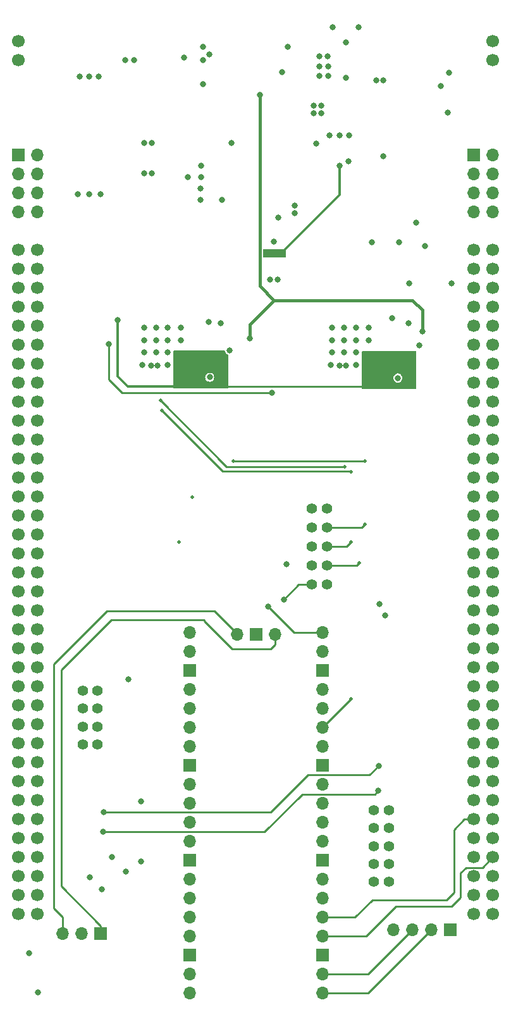
<source format=gbr>
%TF.GenerationSoftware,KiCad,Pcbnew,(6.0.7-1)-1*%
%TF.CreationDate,2022-08-23T13:00:42-05:00*%
%TF.ProjectId,NR1B-analog,4e523142-2d61-46e6-916c-6f672e6b6963,rev?*%
%TF.SameCoordinates,Original*%
%TF.FileFunction,Copper,L4,Bot*%
%TF.FilePolarity,Positive*%
%FSLAX46Y46*%
G04 Gerber Fmt 4.6, Leading zero omitted, Abs format (unit mm)*
G04 Created by KiCad (PCBNEW (6.0.7-1)-1) date 2022-08-23 13:00:42*
%MOMM*%
%LPD*%
G01*
G04 APERTURE LIST*
%TA.AperFunction,ComponentPad*%
%ADD10C,1.400000*%
%TD*%
%TA.AperFunction,ComponentPad*%
%ADD11O,1.700000X1.700000*%
%TD*%
%TA.AperFunction,ComponentPad*%
%ADD12R,1.700000X1.700000*%
%TD*%
%TA.AperFunction,ComponentPad*%
%ADD13C,1.700000*%
%TD*%
%TA.AperFunction,ViaPad*%
%ADD14C,0.800000*%
%TD*%
%TA.AperFunction,ViaPad*%
%ADD15C,0.480000*%
%TD*%
%TA.AperFunction,Conductor*%
%ADD16C,0.400000*%
%TD*%
%TA.AperFunction,Conductor*%
%ADD17C,0.300000*%
%TD*%
%TA.AperFunction,Conductor*%
%ADD18C,0.220000*%
%TD*%
%TA.AperFunction,Conductor*%
%ADD19C,0.250000*%
%TD*%
G04 APERTURE END LIST*
D10*
%TO.P,TP3,1,1*%
%TO.N,Net-(TP3-Pad1)*%
X61400000Y-114700000D03*
X63400000Y-114700000D03*
%TD*%
%TO.P,SCK_DAC1,1,1*%
%TO.N,/MCU/SCK_DAC*%
X92100000Y-85540000D03*
X94100000Y-85540000D03*
%TD*%
%TO.P,TP2,1,1*%
%TO.N,Net-(TP2-Pad1)*%
X63400000Y-112300000D03*
X61400000Y-112300000D03*
%TD*%
%TO.P,SCK_SYS1,1,1*%
%TO.N,/Interconnect/SCK*%
X100400000Y-130700000D03*
X102400000Y-130700000D03*
%TD*%
%TO.P,TP4,1,1*%
%TO.N,Net-(TP4-Pad1)*%
X63400000Y-117100000D03*
X61400000Y-117100000D03*
%TD*%
D11*
%TO.P,U5,1,GPIO0*%
%TO.N,/MCU/UART_TX*%
X93490000Y-150410000D03*
%TO.P,U5,2,GPIO1*%
%TO.N,/MCU/UART_RX*%
X93490000Y-147870000D03*
D12*
%TO.P,U5,3,GND*%
%TO.N,GND*%
X93490000Y-145330000D03*
D11*
%TO.P,U5,4,GPIO2*%
%TO.N,/Interconnect/ACK*%
X93490000Y-142790000D03*
%TO.P,U5,5,GPIO3*%
%TO.N,/Interconnect/ERROR*%
X93490000Y-140250000D03*
%TO.P,U5,6,GPIO4*%
%TO.N,/Interconnect/MOSI*%
X93490000Y-137710000D03*
%TO.P,U5,7,GPIO5*%
%TO.N,/Interconnect/NSS*%
X93490000Y-135170000D03*
D12*
%TO.P,U5,8,GND*%
%TO.N,GND*%
X93490000Y-132630000D03*
D11*
%TO.P,U5,9,GPIO6*%
%TO.N,/Interconnect/SCK*%
X93490000Y-130090000D03*
%TO.P,U5,10,GPIO7*%
%TO.N,/Interconnect/MISO*%
X93490000Y-127550000D03*
%TO.P,U5,11,GPIO8*%
%TO.N,/MCU/MISO_DAC*%
X93490000Y-125010000D03*
%TO.P,U5,12,GPIO9*%
%TO.N,/MCU/CS_DAC0*%
X93490000Y-122470000D03*
D12*
%TO.P,U5,13,GND*%
%TO.N,GND*%
X93490000Y-119930000D03*
D11*
%TO.P,U5,14,GPIO10*%
%TO.N,/MCU/SCK_DAC*%
X93490000Y-117390000D03*
%TO.P,U5,15,GPIO11*%
%TO.N,/MCU/MOSI_DAC*%
X93490000Y-114850000D03*
%TO.P,U5,16,GPIO12*%
%TO.N,/MCU/CS_DAC1*%
X93490000Y-112310000D03*
%TO.P,U5,17,GPIO13*%
%TO.N,/MCU/LDAC*%
X93490000Y-109770000D03*
D12*
%TO.P,U5,18,GND*%
%TO.N,GND*%
X93490000Y-107230000D03*
D11*
%TO.P,U5,19,GPIO14*%
%TO.N,/MCU/ALARM_DAC0*%
X93490000Y-104690000D03*
%TO.P,U5,20,GPIO15*%
%TO.N,/MCU/ALARM_DAC1*%
X93490000Y-102150000D03*
%TO.P,U5,21,GPIO16*%
%TO.N,Net-(TP1-Pad1)*%
X75710000Y-102150000D03*
%TO.P,U5,22,GPIO17*%
%TO.N,Net-(TP2-Pad1)*%
X75710000Y-104690000D03*
D12*
%TO.P,U5,23,GND*%
%TO.N,GND*%
X75710000Y-107230000D03*
D11*
%TO.P,U5,24,GPIO18*%
%TO.N,Net-(R25-Pad1)*%
X75710000Y-109770000D03*
%TO.P,U5,25,GPIO19*%
%TO.N,Net-(R24-Pad1)*%
X75710000Y-112310000D03*
%TO.P,U5,26,GPIO20*%
%TO.N,Net-(R23-Pad1)*%
X75710000Y-114850000D03*
%TO.P,U5,27,GPIO21*%
%TO.N,Net-(R22-Pad1)*%
X75710000Y-117390000D03*
D12*
%TO.P,U5,28,GND*%
%TO.N,GND*%
X75710000Y-119930000D03*
D11*
%TO.P,U5,29,GPIO22*%
%TO.N,Net-(TP3-Pad1)*%
X75710000Y-122470000D03*
%TO.P,U5,30,RUN*%
%TO.N,Net-(SW1-Pad1)*%
X75710000Y-125010000D03*
%TO.P,U5,31,GPIO26_ADC0*%
%TO.N,/MCU/DAC0_READ*%
X75710000Y-127550000D03*
%TO.P,U5,32,GPIO27_ADC1*%
%TO.N,/MCU/DAC1_READ*%
X75710000Y-130090000D03*
D12*
%TO.P,U5,33,AGND*%
%TO.N,GND*%
X75710000Y-132630000D03*
D11*
%TO.P,U5,34,GPIO28_ADC2*%
%TO.N,Net-(TP4-Pad1)*%
X75710000Y-135170000D03*
%TO.P,U5,35,ADC_VREF*%
%TO.N,unconnected-(U5-Pad35)*%
X75710000Y-137710000D03*
%TO.P,U5,36,3V3*%
%TO.N,+3V3*%
X75710000Y-140250000D03*
%TO.P,U5,37,3V3_EN*%
%TO.N,unconnected-(U5-Pad37)*%
X75710000Y-142790000D03*
D12*
%TO.P,U5,38,GND*%
%TO.N,GND*%
X75710000Y-145330000D03*
D11*
%TO.P,U5,39,VSYS*%
%TO.N,unconnected-(U5-Pad39)*%
X75710000Y-147870000D03*
%TO.P,U5,40,VBUS*%
%TO.N,unconnected-(U5-Pad40)*%
X75710000Y-150410000D03*
%TO.P,U5,41,SWCLK*%
%TO.N,Net-(J3-Pad1)*%
X87140000Y-102380000D03*
D12*
%TO.P,U5,42,GND*%
%TO.N,GND*%
X84600000Y-102380000D03*
D11*
%TO.P,U5,43,SWDIO*%
%TO.N,Net-(J3-Pad3)*%
X82060000Y-102380000D03*
%TD*%
D10*
%TO.P,MISO_SYS1,1,1*%
%TO.N,/Interconnect/MISO*%
X102400000Y-128300000D03*
X100400000Y-128300000D03*
%TD*%
%TO.P,MISO_DAC1,1,1*%
%TO.N,/MCU/MISO_DAC*%
X94100000Y-88080000D03*
X92100000Y-88080000D03*
%TD*%
%TO.P,MOSI_SYS1,1,1*%
%TO.N,/Interconnect/MOSI*%
X100400000Y-135500000D03*
X102400000Y-135500000D03*
%TD*%
D12*
%TO.P,J1,1,Pin_1*%
%TO.N,OUT_SENSE1*%
X113766600Y-38227000D03*
D11*
%TO.P,J1,2,Pin_2*%
%TO.N,unconnected-(J1-Pad2)*%
X116306600Y-38227000D03*
%TO.P,J1,3,Pin_3*%
%TO.N,OUT_DRIVE1*%
X113766600Y-40767000D03*
%TO.P,J1,4,Pin_4*%
%TO.N,unconnected-(J1-Pad4)*%
X116306600Y-40767000D03*
%TO.P,J1,5,Pin_5*%
%TO.N,OUT_SENSE0*%
X113766600Y-43307000D03*
%TO.P,J1,6,Pin_6*%
%TO.N,unconnected-(J1-Pad6)*%
X116306600Y-43307000D03*
%TO.P,J1,7,Pin_7*%
%TO.N,OUT_DRIVE0*%
X113766600Y-45847000D03*
%TO.P,J1,8,Pin_8*%
%TO.N,unconnected-(J1-Pad8)*%
X116306600Y-45847000D03*
%TD*%
D12*
%TO.P,J8,1,Pin_1*%
%TO.N,GND*%
X110610000Y-141925000D03*
D11*
%TO.P,J8,2,Pin_2*%
%TO.N,/MCU/UART_TX*%
X108070000Y-141925000D03*
%TO.P,J8,3,Pin_3*%
%TO.N,/MCU/UART_RX*%
X105530000Y-141925000D03*
%TO.P,J8,4,Pin_4*%
%TO.N,+3V3*%
X102990000Y-141925000D03*
%TD*%
D12*
%TO.P,J3,1,Pin_1*%
%TO.N,Net-(J3-Pad1)*%
X63825000Y-142405000D03*
D11*
%TO.P,J3,2,Pin_2*%
%TO.N,GND*%
X61285000Y-142405000D03*
%TO.P,J3,3,Pin_3*%
%TO.N,Net-(J3-Pad3)*%
X58745000Y-142405000D03*
%TD*%
D13*
%TO.P,X1,1,PC10*%
%TO.N,unconnected-(X1-Pad1)*%
X52806600Y-50927000D03*
%TO.P,X1,2,PC11*%
%TO.N,unconnected-(X1-Pad2)*%
X55346600Y-50927000D03*
%TO.P,X1,3,PC12*%
%TO.N,unconnected-(X1-Pad3)*%
X52806600Y-53467000D03*
%TO.P,X1,4,PD2*%
%TO.N,unconnected-(X1-Pad4)*%
X55346600Y-53467000D03*
%TO.P,X1,5,VDD*%
%TO.N,unconnected-(X1-Pad5)*%
X52806600Y-56007000D03*
%TO.P,X1,6,E5V*%
%TO.N,unconnected-(X1-Pad6)*%
X55346600Y-56007000D03*
%TO.P,X1,7,~{BOOT0}*%
%TO.N,unconnected-(X1-Pad7)*%
X52806600Y-58547000D03*
%TO.P,X1,8,GND*%
%TO.N,GND*%
X55346600Y-58547000D03*
%TO.P,X1,9,PF6*%
%TO.N,unconnected-(X1-Pad9)*%
X52806600Y-61087000D03*
%TO.P,X1,10,NC*%
%TO.N,unconnected-(X1-Pad10)*%
X55346600Y-61087000D03*
%TO.P,X1,11,PF7*%
%TO.N,unconnected-(X1-Pad11)*%
X52806600Y-63627000D03*
%TO.P,X1,12,IOREF*%
%TO.N,unconnected-(X1-Pad12)*%
X55346600Y-63627000D03*
%TO.P,X1,13,TMS/PA13*%
%TO.N,unconnected-(X1-Pad13)*%
X52806600Y-66167000D03*
%TO.P,X1,14,~{RST}*%
%TO.N,unconnected-(X1-Pad14)*%
X55346600Y-66167000D03*
%TO.P,X1,15,TCK/PA14*%
%TO.N,unconnected-(X1-Pad15)*%
X52806600Y-68707000D03*
%TO.P,X1,16,+3V3*%
%TO.N,+3V3*%
X55346600Y-68707000D03*
%TO.P,X1,17,PA15*%
%TO.N,unconnected-(X1-Pad17)*%
X52806600Y-71247000D03*
%TO.P,X1,18,+5V*%
%TO.N,unconnected-(X1-Pad18)*%
X55346600Y-71247000D03*
%TO.P,X1,19,GND*%
%TO.N,GND*%
X52806600Y-73787000D03*
%TO.P,X1,20,GND*%
X55346600Y-73787000D03*
%TO.P,X1,21,LD2/PB7*%
%TO.N,unconnected-(X1-Pad21)*%
X52806600Y-76327000D03*
%TO.P,X1,22,GND*%
%TO.N,GND*%
X55346600Y-76327000D03*
%TO.P,X1,23,BT/PC13*%
%TO.N,unconnected-(X1-Pad23)*%
X52806600Y-78867000D03*
%TO.P,X1,24,VIN*%
%TO.N,unconnected-(X1-Pad24)*%
X55346600Y-78867000D03*
%TO.P,X1,25,RTC_CRYSTAL/PC14*%
%TO.N,unconnected-(X1-Pad25)*%
X52806600Y-81407000D03*
%TO.P,X1,26,NC*%
%TO.N,unconnected-(X1-Pad26)*%
X55346600Y-81407000D03*
%TO.P,X1,27,RTC_CRYSTAL/PC15*%
%TO.N,unconnected-(X1-Pad27)*%
X52806600Y-83947000D03*
%TO.P,X1,28,ETH_REF_CLK/PA0*%
%TO.N,unconnected-(X1-Pad28)*%
X55346600Y-83947000D03*
%TO.P,X1,29,PH0*%
%TO.N,unconnected-(X1-Pad29)*%
X52806600Y-86487000D03*
%TO.P,X1,30,ETH_MDIO/PA1*%
%TO.N,unconnected-(X1-Pad30)*%
X55346600Y-86487000D03*
%TO.P,X1,31,PH1*%
%TO.N,unconnected-(X1-Pad31)*%
X52806600Y-89027000D03*
%TO.P,X1,32,PA4*%
%TO.N,/Interconnect/NSS*%
X55346600Y-89027000D03*
%TO.P,X1,33,VBAT*%
%TO.N,unconnected-(X1-Pad33)*%
X52806600Y-91567000D03*
%TO.P,X1,34,PB0*%
%TO.N,unconnected-(X1-Pad34)*%
X55346600Y-91567000D03*
%TO.P,X1,35,PC2*%
%TO.N,unconnected-(X1-Pad35)*%
X52806600Y-94107000D03*
%TO.P,X1,36,ETH_MDC/PC1*%
%TO.N,unconnected-(X1-Pad36)*%
X55346600Y-94107000D03*
%TO.P,X1,37,PC3*%
%TO.N,unconnected-(X1-Pad37)*%
X52806600Y-96647000D03*
%TO.P,X1,38,PC0*%
%TO.N,unconnected-(X1-Pad38)*%
X55346600Y-96647000D03*
%TO.P,X1,39,PD4*%
%TO.N,unconnected-(X1-Pad39)*%
X52806600Y-99187000D03*
%TO.P,X1,40,PD3*%
%TO.N,unconnected-(X1-Pad40)*%
X55346600Y-99187000D03*
%TO.P,X1,41,PD5*%
%TO.N,unconnected-(X1-Pad41)*%
X52806600Y-101727000D03*
%TO.P,X1,42,PG2*%
%TO.N,unconnected-(X1-Pad42)*%
X55346600Y-101727000D03*
%TO.P,X1,43,PD6*%
%TO.N,unconnected-(X1-Pad43)*%
X52806600Y-104267000D03*
%TO.P,X1,44,PG3*%
%TO.N,unconnected-(X1-Pad44)*%
X55346600Y-104267000D03*
%TO.P,X1,45,PD7*%
%TO.N,/Interconnect/MOSI*%
X52806600Y-106807000D03*
%TO.P,X1,46,PE2*%
%TO.N,unconnected-(X1-Pad46)*%
X55346600Y-106807000D03*
%TO.P,X1,47,PE3*%
%TO.N,unconnected-(X1-Pad47)*%
X52806600Y-109347000D03*
%TO.P,X1,48,PE4*%
%TO.N,unconnected-(X1-Pad48)*%
X55346600Y-109347000D03*
%TO.P,X1,49,GND*%
%TO.N,GND*%
X52806600Y-111887000D03*
%TO.P,X1,50,PE5*%
%TO.N,unconnected-(X1-Pad50)*%
X55346600Y-111887000D03*
%TO.P,X1,51,PF1*%
%TO.N,unconnected-(X1-Pad51)*%
X52806600Y-114427000D03*
%TO.P,X1,52,PF2*%
%TO.N,unconnected-(X1-Pad52)*%
X55346600Y-114427000D03*
%TO.P,X1,53,PF0*%
%TO.N,unconnected-(X1-Pad53)*%
X52806600Y-116967000D03*
%TO.P,X1,54,PF8*%
%TO.N,unconnected-(X1-Pad54)*%
X55346600Y-116967000D03*
%TO.P,X1,55,PD1*%
%TO.N,unconnected-(X1-Pad55)*%
X52806600Y-119507000D03*
%TO.P,X1,56,PF9*%
%TO.N,unconnected-(X1-Pad56)*%
X55346600Y-119507000D03*
%TO.P,X1,57,PD0*%
%TO.N,unconnected-(X1-Pad57)*%
X52806600Y-122047000D03*
%TO.P,X1,58,PG1*%
%TO.N,unconnected-(X1-Pad58)*%
X55346600Y-122047000D03*
%TO.P,X1,59,PG0*%
%TO.N,unconnected-(X1-Pad59)*%
X52806600Y-124587000D03*
%TO.P,X1,60,GND*%
%TO.N,GND*%
X55346600Y-124587000D03*
%TO.P,X1,61,PE1*%
%TO.N,unconnected-(X1-Pad61)*%
X52806600Y-127127000D03*
%TO.P,X1,62,PE6*%
%TO.N,unconnected-(X1-Pad62)*%
X55346600Y-127127000D03*
%TO.P,X1,63,PG9*%
%TO.N,unconnected-(X1-Pad63)*%
X52806600Y-129667000D03*
%TO.P,X1,64,PG15*%
%TO.N,unconnected-(X1-Pad64)*%
X55346600Y-129667000D03*
%TO.P,X1,65,PG12*%
%TO.N,unconnected-(X1-Pad65)*%
X52806600Y-132207000D03*
%TO.P,X1,66,PG10*%
%TO.N,unconnected-(X1-Pad66)*%
X55346600Y-132207000D03*
%TO.P,X1,67,NC*%
%TO.N,unconnected-(X1-Pad67)*%
X52806600Y-134747000D03*
%TO.P,X1,68,PG13/ETH_TXD0*%
%TO.N,unconnected-(X1-Pad68)*%
X55346600Y-134747000D03*
%TO.P,X1,69,STLINK_RX/PD9*%
%TO.N,unconnected-(X1-Pad69)*%
X52806600Y-137287000D03*
%TO.P,X1,70,PG11/ETH_TX_EN*%
%TO.N,unconnected-(X1-Pad70)*%
X55346600Y-137287000D03*
%TO.P,X1,71,GND*%
%TO.N,GND*%
X52806600Y-139827000D03*
%TO.P,X1,72,GND*%
X55346600Y-139827000D03*
%TO.P,X1,73,PC9*%
%TO.N,unconnected-(X1-Pad73)*%
X113766600Y-50927000D03*
%TO.P,X1,74,PC8*%
%TO.N,unconnected-(X1-Pad74)*%
X116306600Y-50927000D03*
%TO.P,X1,75,PB8*%
%TO.N,unconnected-(X1-Pad75)*%
X113766600Y-53467000D03*
%TO.P,X1,76,PC6*%
%TO.N,unconnected-(X1-Pad76)*%
X116306600Y-53467000D03*
%TO.P,X1,77,PB9*%
%TO.N,unconnected-(X1-Pad77)*%
X113766600Y-56007000D03*
%TO.P,X1,78,ETH_RXD1/PC5*%
%TO.N,unconnected-(X1-Pad78)*%
X116306600Y-56007000D03*
%TO.P,X1,79,AVDD*%
%TO.N,unconnected-(X1-Pad79)*%
X113766600Y-58547000D03*
%TO.P,X1,80,U5V*%
%TO.N,unconnected-(X1-Pad80)*%
X116306600Y-58547000D03*
%TO.P,X1,81,GND*%
%TO.N,GND*%
X113766600Y-61087000D03*
%TO.P,X1,82,STLINK_TX/PD8*%
%TO.N,unconnected-(X1-Pad82)*%
X116306600Y-61087000D03*
%TO.P,X1,83,PA5*%
%TO.N,/Interconnect/SCK*%
X113766600Y-63627000D03*
%TO.P,X1,84,USB_DP/PA12*%
%TO.N,unconnected-(X1-Pad84)*%
X116306600Y-63627000D03*
%TO.P,X1,85,PA6*%
%TO.N,/Interconnect/MISO*%
X113766600Y-66167000D03*
%TO.P,X1,86,USB_DM/PA11*%
%TO.N,unconnected-(X1-Pad86)*%
X116306600Y-66167000D03*
%TO.P,X1,87,ETH_CRS_DV/PA7*%
%TO.N,unconnected-(X1-Pad87)*%
X113766600Y-68707000D03*
%TO.P,X1,88,PB12*%
%TO.N,unconnected-(X1-Pad88)*%
X116306600Y-68707000D03*
%TO.P,X1,89,PB6*%
%TO.N,unconnected-(X1-Pad89)*%
X113766600Y-71247000D03*
%TO.P,X1,90,PB11*%
%TO.N,unconnected-(X1-Pad90)*%
X116306600Y-71247000D03*
%TO.P,X1,91,PC7*%
%TO.N,unconnected-(X1-Pad91)*%
X113766600Y-73787000D03*
%TO.P,X1,92,GND*%
%TO.N,GND*%
X116306600Y-73787000D03*
%TO.P,X1,93,USB_VBUS/PA9*%
%TO.N,unconnected-(X1-Pad93)*%
X113766600Y-76327000D03*
%TO.P,X1,94,PB2*%
%TO.N,unconnected-(X1-Pad94)*%
X116306600Y-76327000D03*
%TO.P,X1,95,USB_SOF/PA8*%
%TO.N,unconnected-(X1-Pad95)*%
X113766600Y-78867000D03*
%TO.P,X1,96,PB1*%
%TO.N,unconnected-(X1-Pad96)*%
X116306600Y-78867000D03*
%TO.P,X1,97,PB10*%
%TO.N,unconnected-(X1-Pad97)*%
X113766600Y-81407000D03*
%TO.P,X1,98,PB15*%
%TO.N,unconnected-(X1-Pad98)*%
X116306600Y-81407000D03*
%TO.P,X1,99,PB4*%
%TO.N,unconnected-(X1-Pad99)*%
X113766600Y-83947000D03*
%TO.P,X1,100,LD3/PB14*%
%TO.N,unconnected-(X1-Pad100)*%
X116306600Y-83947000D03*
%TO.P,X1,101,PB5*%
%TO.N,unconnected-(X1-Pad101)*%
X113766600Y-86487000D03*
%TO.P,X1,102,ETH_TXD1/PB13*%
%TO.N,unconnected-(X1-Pad102)*%
X116306600Y-86487000D03*
%TO.P,X1,103,SWO/PB3*%
%TO.N,unconnected-(X1-Pad103)*%
X113766600Y-89027000D03*
%TO.P,X1,104,AGND*%
%TO.N,unconnected-(X1-Pad104)*%
X116306600Y-89027000D03*
%TO.P,X1,105,USB_ID/PA10*%
%TO.N,unconnected-(X1-Pad105)*%
X113766600Y-91567000D03*
%TO.P,X1,106,ETH_RXD0/PC4*%
%TO.N,unconnected-(X1-Pad106)*%
X116306600Y-91567000D03*
%TO.P,X1,107,PA2*%
%TO.N,unconnected-(X1-Pad107)*%
X113766600Y-94107000D03*
%TO.P,X1,108,PF5*%
%TO.N,unconnected-(X1-Pad108)*%
X116306600Y-94107000D03*
%TO.P,X1,109,PA3*%
%TO.N,unconnected-(X1-Pad109)*%
X113766600Y-96647000D03*
%TO.P,X1,110,PF4*%
%TO.N,unconnected-(X1-Pad110)*%
X116306600Y-96647000D03*
%TO.P,X1,111,GND*%
%TO.N,GND*%
X113766600Y-99187000D03*
%TO.P,X1,112,PE8*%
%TO.N,unconnected-(X1-Pad112)*%
X116306600Y-99187000D03*
%TO.P,X1,113,PD13*%
%TO.N,unconnected-(X1-Pad113)*%
X113766600Y-101727000D03*
%TO.P,X1,114,PF10*%
%TO.N,unconnected-(X1-Pad114)*%
X116306600Y-101727000D03*
%TO.P,X1,115,PD12*%
%TO.N,unconnected-(X1-Pad115)*%
X113766600Y-104267000D03*
%TO.P,X1,116,PE7*%
%TO.N,unconnected-(X1-Pad116)*%
X116306600Y-104267000D03*
%TO.P,X1,117,PD11*%
%TO.N,unconnected-(X1-Pad117)*%
X113766600Y-106807000D03*
%TO.P,X1,118,PD14*%
%TO.N,unconnected-(X1-Pad118)*%
X116306600Y-106807000D03*
%TO.P,X1,119,PE10*%
%TO.N,unconnected-(X1-Pad119)*%
X113766600Y-109347000D03*
%TO.P,X1,120,PD15*%
%TO.N,unconnected-(X1-Pad120)*%
X116306600Y-109347000D03*
%TO.P,X1,121,PE12*%
%TO.N,unconnected-(X1-Pad121)*%
X113766600Y-111887000D03*
%TO.P,X1,122,PF14*%
%TO.N,unconnected-(X1-Pad122)*%
X116306600Y-111887000D03*
%TO.P,X1,123,PE14*%
%TO.N,unconnected-(X1-Pad123)*%
X113766600Y-114427000D03*
%TO.P,X1,124,PE9*%
%TO.N,unconnected-(X1-Pad124)*%
X116306600Y-114427000D03*
%TO.P,X1,125,PE15*%
%TO.N,unconnected-(X1-Pad125)*%
X113766600Y-116967000D03*
%TO.P,X1,126,GND*%
%TO.N,GND*%
X116306600Y-116967000D03*
%TO.P,X1,127,PE13*%
%TO.N,unconnected-(X1-Pad127)*%
X113766600Y-119507000D03*
%TO.P,X1,128,PE11*%
%TO.N,unconnected-(X1-Pad128)*%
X116306600Y-119507000D03*
%TO.P,X1,129,PF13*%
%TO.N,unconnected-(X1-Pad129)*%
X113766600Y-122047000D03*
%TO.P,X1,130,PF3*%
%TO.N,unconnected-(X1-Pad130)*%
X116306600Y-122047000D03*
%TO.P,X1,131,PF12*%
%TO.N,unconnected-(X1-Pad131)*%
X113766600Y-124587000D03*
%TO.P,X1,132,PF15*%
%TO.N,unconnected-(X1-Pad132)*%
X116306600Y-124587000D03*
%TO.P,X1,133,PG14*%
%TO.N,/Interconnect/ERROR*%
X113766600Y-127127000D03*
%TO.P,X1,134,PF11*%
%TO.N,unconnected-(X1-Pad134)*%
X116306600Y-127127000D03*
%TO.P,X1,135,GND*%
%TO.N,GND*%
X113766600Y-129667000D03*
%TO.P,X1,136,PE0*%
%TO.N,unconnected-(X1-Pad136)*%
X116306600Y-129667000D03*
%TO.P,X1,137,PD10*%
%TO.N,unconnected-(X1-Pad137)*%
X113766600Y-132207000D03*
%TO.P,X1,138,PG8*%
%TO.N,/Interconnect/ACK*%
X116306600Y-132207000D03*
%TO.P,X1,139,PG7/USB_GPIO_IN*%
%TO.N,unconnected-(X1-Pad139)*%
X113766600Y-134747000D03*
%TO.P,X1,140,PG5*%
%TO.N,unconnected-(X1-Pad140)*%
X116306600Y-134747000D03*
%TO.P,X1,141,PG4*%
%TO.N,unconnected-(X1-Pad141)*%
X113766600Y-137287000D03*
%TO.P,X1,142,PG6/USB_GPIO_OUT*%
%TO.N,unconnected-(X1-Pad142)*%
X116306600Y-137287000D03*
%TO.P,X1,143,GND*%
%TO.N,GND*%
X113766600Y-139827000D03*
%TO.P,X1,144,GND*%
X116306600Y-139827000D03*
%TO.P,X1,145*%
%TO.N,N/C*%
X52806600Y-22987000D03*
%TO.P,X1,146*%
X52806600Y-25527000D03*
%TO.P,X1,147*%
X116306600Y-22987000D03*
%TO.P,X1,148*%
X116306600Y-25527000D03*
%TD*%
D10*
%TO.P,CS_DAC1,1,1*%
%TO.N,/MCU/CS_DAC1*%
X92100000Y-95700000D03*
X94100000Y-95700000D03*
%TD*%
%TO.P,TP1,1,1*%
%TO.N,Net-(TP1-Pad1)*%
X61400000Y-109900000D03*
X63400000Y-109900000D03*
%TD*%
%TO.P,MOSI_DAC1,1,1*%
%TO.N,/MCU/MOSI_DAC*%
X94100000Y-90620000D03*
X92100000Y-90620000D03*
%TD*%
%TO.P,GND1,1,1*%
%TO.N,GND*%
X100400000Y-125900000D03*
X102400000Y-125900000D03*
%TD*%
D12*
%TO.P,J2,1,Pin_1*%
%TO.N,Net-(FB2-Pad2)*%
X52806600Y-38227000D03*
D11*
%TO.P,J2,2,Pin_2*%
%TO.N,Net-(FB3-Pad1)*%
X55346600Y-38227000D03*
%TO.P,J2,3,Pin_3*%
%TO.N,GND*%
X52806600Y-40767000D03*
%TO.P,J2,4,Pin_4*%
X55346600Y-40767000D03*
%TO.P,J2,5,Pin_5*%
%TO.N,Net-(FB1-Pad2)*%
X52806600Y-43307000D03*
%TO.P,J2,6,Pin_6*%
%TO.N,GND*%
X55346600Y-43307000D03*
%TO.P,J2,7,Pin_7*%
%TO.N,+12V*%
X52806600Y-45847000D03*
%TO.P,J2,8,Pin_8*%
%TO.N,+24V*%
X55346600Y-45847000D03*
%TD*%
D10*
%TO.P,CS_DAC0,1,1*%
%TO.N,/MCU/CS_DAC0*%
X92100000Y-93160000D03*
X94100000Y-93160000D03*
%TD*%
%TO.P,CS_SYS1,1,1*%
%TO.N,/Interconnect/NSS*%
X102400000Y-133100000D03*
X100400000Y-133100000D03*
%TD*%
D14*
%TO.N,+12Vref*%
X96600000Y-27900000D03*
X93100000Y-27600000D03*
X93100000Y-25000000D03*
X94234000Y-27600000D03*
X110236000Y-32512000D03*
X87600000Y-46600000D03*
X93100000Y-26300000D03*
X94200000Y-25000000D03*
X94234000Y-26300000D03*
X87000000Y-49800000D03*
X97000000Y-39000000D03*
X107200000Y-50400000D03*
X95800000Y-35600000D03*
X103790500Y-49900000D03*
X97050000Y-35600000D03*
X94450000Y-35600000D03*
X92700000Y-36650000D03*
%TO.N,GND*%
X72800000Y-61300000D03*
X69596000Y-36576000D03*
X71200000Y-64600000D03*
X105050000Y-60700000D03*
X78390000Y-24700000D03*
X79900000Y-60750000D03*
X96400000Y-63000000D03*
X69200000Y-132800000D03*
X89800000Y-46000000D03*
X69600000Y-61300000D03*
X60706000Y-43434000D03*
X110800000Y-55400000D03*
X98000000Y-64600000D03*
X62230000Y-27686000D03*
X92300000Y-31600000D03*
X88845000Y-23755000D03*
X96400000Y-64600000D03*
X68249800Y-25527000D03*
X89800000Y-45000000D03*
X77200000Y-44196000D03*
X98300000Y-21100000D03*
X106450000Y-63650000D03*
X77500000Y-25470000D03*
X99700000Y-63000000D03*
X101600000Y-28200000D03*
X98000000Y-66300000D03*
X72800000Y-66300000D03*
X101600000Y-38354000D03*
X98000000Y-63000000D03*
X78400000Y-67950000D03*
X69600000Y-64600000D03*
X63500000Y-27686000D03*
X72800000Y-64600000D03*
X69200000Y-124700000D03*
X77520000Y-23710000D03*
X99700000Y-61300000D03*
X65278226Y-132142304D03*
X72800000Y-63000000D03*
X69400000Y-66300000D03*
X88061800Y-27101800D03*
X94800000Y-64600000D03*
X103600000Y-68050000D03*
X109372400Y-28956000D03*
X94800000Y-63000000D03*
X62230000Y-43434000D03*
X106000000Y-47242815D03*
X77200000Y-42700000D03*
X74500000Y-61300000D03*
X55397400Y-150283200D03*
X80010000Y-44196000D03*
X94800000Y-61300000D03*
X86500000Y-54900000D03*
X81050000Y-64350000D03*
X67200000Y-134100000D03*
X69600000Y-63000000D03*
X71200000Y-63000000D03*
X100700000Y-28200000D03*
X96400000Y-61300000D03*
X63754000Y-43434000D03*
X60960000Y-27686000D03*
X94900000Y-21100000D03*
X100100000Y-49900000D03*
X93300000Y-32600000D03*
X93300000Y-31600000D03*
X77216000Y-39624000D03*
X87500000Y-54900000D03*
X63949148Y-136524669D03*
X98000000Y-61300000D03*
X105100000Y-55400000D03*
X74930000Y-25146000D03*
X94600000Y-66300000D03*
X67132200Y-25527000D03*
X92300000Y-32600000D03*
X96600000Y-23100000D03*
X75438000Y-41148000D03*
X77216000Y-41148000D03*
X77470000Y-28702000D03*
X69596000Y-40640000D03*
X70612000Y-40640000D03*
X54254400Y-145000000D03*
X74500000Y-63000000D03*
X62314741Y-134854342D03*
X71200000Y-61300000D03*
X110464600Y-27203400D03*
X67500000Y-108400000D03*
X70612000Y-36576000D03*
%TO.N,-14Vreg*%
X106850000Y-61800000D03*
X85110000Y-30180000D03*
X83750000Y-62750000D03*
%TO.N,+14Vreg*%
X102850000Y-60000000D03*
X78300000Y-60550000D03*
X81325000Y-36570000D03*
D15*
%TO.N,+3V3*%
X74300000Y-90000000D03*
D14*
X101100000Y-98300000D03*
X95750000Y-66400000D03*
D15*
X76100000Y-84000000D03*
D14*
X96650000Y-66400000D03*
X88700000Y-93000000D03*
X70550000Y-66400000D03*
X71450000Y-66400000D03*
X101900000Y-99800000D03*
%TO.N,+5V*%
X104850000Y-64900000D03*
X104850000Y-65800000D03*
X79650000Y-65700000D03*
X66050000Y-60250000D03*
X79650000Y-64800000D03*
X74650000Y-65450000D03*
X99750000Y-65500000D03*
D15*
%TO.N,/MCU/CS_DAC0*%
X98450000Y-92800000D03*
D14*
%TO.N,REF_OUT*%
X86000000Y-51350000D03*
X95755000Y-39655000D03*
X87000000Y-51300000D03*
X88000000Y-51300000D03*
%TO.N,/MCU/ALARM_DAC1*%
X86233000Y-98679000D03*
%TO.N,/MCU/CS_DAC1*%
X88300000Y-97700000D03*
%TO.N,/MCU/LDAC*%
X86700000Y-70050000D03*
X64900000Y-63500000D03*
D15*
%TO.N,/MCU/SCK_DAC*%
X96500000Y-79900000D03*
X71790000Y-71030000D03*
%TO.N,/MCU/MOSI_DAC*%
X97350000Y-90000000D03*
X97337400Y-80572600D03*
X97320000Y-111030000D03*
X72000000Y-72400000D03*
%TO.N,/MCU/MISO_DAC*%
X81541985Y-79211985D03*
X99200000Y-87600000D03*
X99208015Y-79211985D03*
D14*
%TO.N,Net-(R11-Pad1)*%
X64200000Y-126200000D03*
X101000000Y-119950000D03*
%TO.N,Net-(R12-Pad2)*%
X64150000Y-128800000D03*
X100950000Y-123300000D03*
%TD*%
D16*
%TO.N,-14Vreg*%
X106850000Y-58950000D02*
X106850000Y-61800000D01*
X85110000Y-30180000D02*
X85110000Y-37910661D01*
X87000000Y-57650000D02*
X83750000Y-60900000D01*
X85110000Y-55760000D02*
X87000000Y-57650000D01*
X83750000Y-60900000D02*
X83750000Y-62750000D01*
X87000000Y-57650000D02*
X105550000Y-57650000D01*
X85110000Y-37910661D02*
X85110000Y-37981371D01*
X105550000Y-57650000D02*
X106850000Y-58950000D01*
X85110000Y-37981371D02*
X85110000Y-55760000D01*
X85110000Y-37910661D02*
X85115400Y-37916061D01*
D17*
%TO.N,+5V*%
X66050000Y-60250000D02*
X66050000Y-67850000D01*
X66050000Y-67850000D02*
X67400000Y-69200000D01*
D18*
X80400000Y-69200000D02*
X99500000Y-69200000D01*
D17*
X67400000Y-69200000D02*
X74150000Y-69200000D01*
X74150000Y-69200000D02*
X74200000Y-69250000D01*
D18*
%TO.N,/MCU/CS_DAC0*%
X94100000Y-93160000D02*
X98090000Y-93160000D01*
X98090000Y-93160000D02*
X98450000Y-92800000D01*
D17*
%TO.N,REF_OUT*%
X88000000Y-51300000D02*
X95755000Y-43545000D01*
X95755000Y-43545000D02*
X95755000Y-39655000D01*
D18*
%TO.N,/MCU/ALARM_DAC1*%
X89704000Y-102150000D02*
X93490000Y-102150000D01*
X89704000Y-102150000D02*
X86233000Y-98679000D01*
%TO.N,/MCU/CS_DAC1*%
X92100000Y-95700000D02*
X90300000Y-95700000D01*
X90300000Y-95700000D02*
X88300000Y-97700000D01*
%TO.N,/MCU/LDAC*%
X64900000Y-68250000D02*
X66700000Y-70050000D01*
X64900000Y-63500000D02*
X64900000Y-68250000D01*
X66700000Y-70050000D02*
X86700000Y-70050000D01*
%TO.N,/MCU/SCK_DAC*%
X80660000Y-79900000D02*
X71790000Y-71030000D01*
X96500000Y-79900000D02*
X80660000Y-79900000D01*
%TO.N,/MCU/MOSI_DAC*%
X97325000Y-111015000D02*
X93490000Y-114850000D01*
X71970000Y-72410000D02*
X80167400Y-80557400D01*
X80167400Y-80557400D02*
X97337400Y-80557400D01*
X94100000Y-90620000D02*
X96730000Y-90620000D01*
X96730000Y-90620000D02*
X97350000Y-90000000D01*
%TO.N,/MCU/MISO_DAC*%
X94100000Y-88080000D02*
X98720000Y-88080000D01*
X98720000Y-88080000D02*
X99200000Y-87600000D01*
X81541985Y-79211985D02*
X99208015Y-79211985D01*
%TO.N,/MCU/UART_TX*%
X99585000Y-150410000D02*
X93490000Y-150410000D01*
X108070000Y-141925000D02*
X99585000Y-150410000D01*
%TO.N,/MCU/UART_RX*%
X99585000Y-147870000D02*
X93490000Y-147870000D01*
X105530000Y-141925000D02*
X99585000Y-147870000D01*
D19*
%TO.N,Net-(J3-Pad1)*%
X77700000Y-100450000D02*
X77700000Y-100579729D01*
X65200000Y-100450000D02*
X77700000Y-100450000D01*
X87140000Y-103710000D02*
X87140000Y-102380000D01*
X58550000Y-107100000D02*
X65200000Y-100450000D01*
X86550000Y-104300000D02*
X87140000Y-103710000D01*
X81420271Y-104300000D02*
X86550000Y-104300000D01*
X77700000Y-100579729D02*
X81420271Y-104300000D01*
X63825000Y-141375000D02*
X58550000Y-136100000D01*
X63825000Y-142405000D02*
X63825000Y-141375000D01*
X58550000Y-136100000D02*
X58550000Y-107100000D01*
%TO.N,Net-(J3-Pad3)*%
X57500000Y-139000000D02*
X57500000Y-106350000D01*
X58745000Y-140245000D02*
X57500000Y-139000000D01*
X58745000Y-142405000D02*
X58745000Y-140245000D01*
X82060000Y-102310000D02*
X82060000Y-102380000D01*
X79000000Y-99250000D02*
X82060000Y-102310000D01*
X57500000Y-106350000D02*
X64600000Y-99250000D01*
X64600000Y-99250000D02*
X79000000Y-99250000D01*
D18*
%TO.N,Net-(R11-Pad1)*%
X99800000Y-121150000D02*
X98600000Y-121150000D01*
X101000000Y-119950000D02*
X99800000Y-121150000D01*
D19*
X86550000Y-126200000D02*
X91600000Y-121150000D01*
X64200000Y-126200000D02*
X86550000Y-126200000D01*
X91600000Y-121150000D02*
X98600000Y-121150000D01*
D18*
%TO.N,Net-(R12-Pad2)*%
X100500000Y-123750000D02*
X98900000Y-123750000D01*
X100950000Y-123300000D02*
X100500000Y-123750000D01*
D19*
X85750000Y-128800000D02*
X90800000Y-123750000D01*
X64150000Y-128800000D02*
X85750000Y-128800000D01*
X90800000Y-123750000D02*
X98900000Y-123750000D01*
D18*
%TO.N,/Interconnect/ACK*%
X112000000Y-134300000D02*
X112713000Y-133587000D01*
X112000000Y-137600000D02*
X112000000Y-134300000D01*
X112713000Y-133587000D02*
X114926600Y-133587000D01*
X114926600Y-133587000D02*
X116306600Y-132207000D01*
X110800000Y-138800000D02*
X112000000Y-137600000D01*
X93490000Y-142790000D02*
X99310000Y-142790000D01*
X103300000Y-138800000D02*
X110800000Y-138800000D01*
X99310000Y-142790000D02*
X103300000Y-138800000D01*
%TO.N,/Interconnect/ERROR*%
X111100000Y-128500000D02*
X111100000Y-136900000D01*
X111100000Y-136900000D02*
X110100000Y-137900000D01*
X113766600Y-127127000D02*
X112473000Y-127127000D01*
X112473000Y-127127000D02*
X111100000Y-128500000D01*
X110100000Y-137900000D02*
X100200000Y-137900000D01*
X97850000Y-140250000D02*
X93490000Y-140250000D01*
X100200000Y-137900000D02*
X97850000Y-140250000D01*
%TD*%
%TA.AperFunction,Conductor*%
%TO.N,REF_OUT*%
G36*
X88559191Y-50818907D02*
G01*
X88595155Y-50868407D01*
X88600000Y-50899000D01*
X88600000Y-51801000D01*
X88581093Y-51859191D01*
X88531593Y-51895155D01*
X88501000Y-51900000D01*
X85609500Y-51900000D01*
X85551309Y-51881093D01*
X85515345Y-51831593D01*
X85510500Y-51801000D01*
X85510500Y-50899000D01*
X85529407Y-50840809D01*
X85578907Y-50804845D01*
X85609500Y-50800000D01*
X88501000Y-50800000D01*
X88559191Y-50818907D01*
G37*
%TD.AperFunction*%
%TD*%
%TA.AperFunction,Conductor*%
%TO.N,+5V*%
G36*
X80415688Y-64368907D02*
G01*
X80451652Y-64418407D01*
X80455650Y-64436078D01*
X80459966Y-64468856D01*
X80464956Y-64506762D01*
X80525464Y-64652841D01*
X80621718Y-64778282D01*
X80747159Y-64874536D01*
X80778913Y-64887689D01*
X80788886Y-64891820D01*
X80835411Y-64931557D01*
X80850000Y-64983284D01*
X80850000Y-69351000D01*
X80831093Y-69409191D01*
X80781593Y-69445155D01*
X80751000Y-69450000D01*
X73649000Y-69450000D01*
X73590809Y-69431093D01*
X73554845Y-69381593D01*
X73550000Y-69351000D01*
X73550000Y-67950000D01*
X77794318Y-67950000D01*
X77814956Y-68106762D01*
X77875464Y-68252841D01*
X77971718Y-68378282D01*
X78097159Y-68474536D01*
X78243238Y-68535044D01*
X78400000Y-68555682D01*
X78556762Y-68535044D01*
X78702841Y-68474536D01*
X78828282Y-68378282D01*
X78924536Y-68252841D01*
X78985044Y-68106762D01*
X79005682Y-67950000D01*
X78985044Y-67793238D01*
X78924536Y-67647159D01*
X78828282Y-67521718D01*
X78702841Y-67425464D01*
X78556762Y-67364956D01*
X78400000Y-67344318D01*
X78243238Y-67364956D01*
X78097159Y-67425464D01*
X77971718Y-67521718D01*
X77875464Y-67647159D01*
X77814956Y-67793238D01*
X77794318Y-67950000D01*
X73550000Y-67950000D01*
X73550000Y-64449000D01*
X73568907Y-64390809D01*
X73618407Y-64354845D01*
X73649000Y-64350000D01*
X80357497Y-64350000D01*
X80415688Y-64368907D01*
G37*
%TD.AperFunction*%
%TD*%
%TA.AperFunction,Conductor*%
%TO.N,+5V*%
G36*
X106009191Y-64468907D02*
G01*
X106045155Y-64518407D01*
X106050000Y-64549000D01*
X106050000Y-69451000D01*
X106031093Y-69509191D01*
X105981593Y-69545155D01*
X105951000Y-69550000D01*
X98849000Y-69550000D01*
X98790809Y-69531093D01*
X98754845Y-69481593D01*
X98750000Y-69451000D01*
X98750000Y-68050000D01*
X102994318Y-68050000D01*
X103014956Y-68206762D01*
X103075464Y-68352841D01*
X103171718Y-68478282D01*
X103297159Y-68574536D01*
X103443238Y-68635044D01*
X103600000Y-68655682D01*
X103756762Y-68635044D01*
X103902841Y-68574536D01*
X104028282Y-68478282D01*
X104124536Y-68352841D01*
X104185044Y-68206762D01*
X104205682Y-68050000D01*
X104185044Y-67893238D01*
X104124536Y-67747159D01*
X104028282Y-67621718D01*
X103902841Y-67525464D01*
X103756762Y-67464956D01*
X103600000Y-67444318D01*
X103443238Y-67464956D01*
X103297159Y-67525464D01*
X103171718Y-67621718D01*
X103075464Y-67747159D01*
X103014956Y-67893238D01*
X102994318Y-68050000D01*
X98750000Y-68050000D01*
X98750000Y-64549000D01*
X98768907Y-64490809D01*
X98818407Y-64454845D01*
X98849000Y-64450000D01*
X105951000Y-64450000D01*
X106009191Y-64468907D01*
G37*
%TD.AperFunction*%
%TD*%
M02*

</source>
